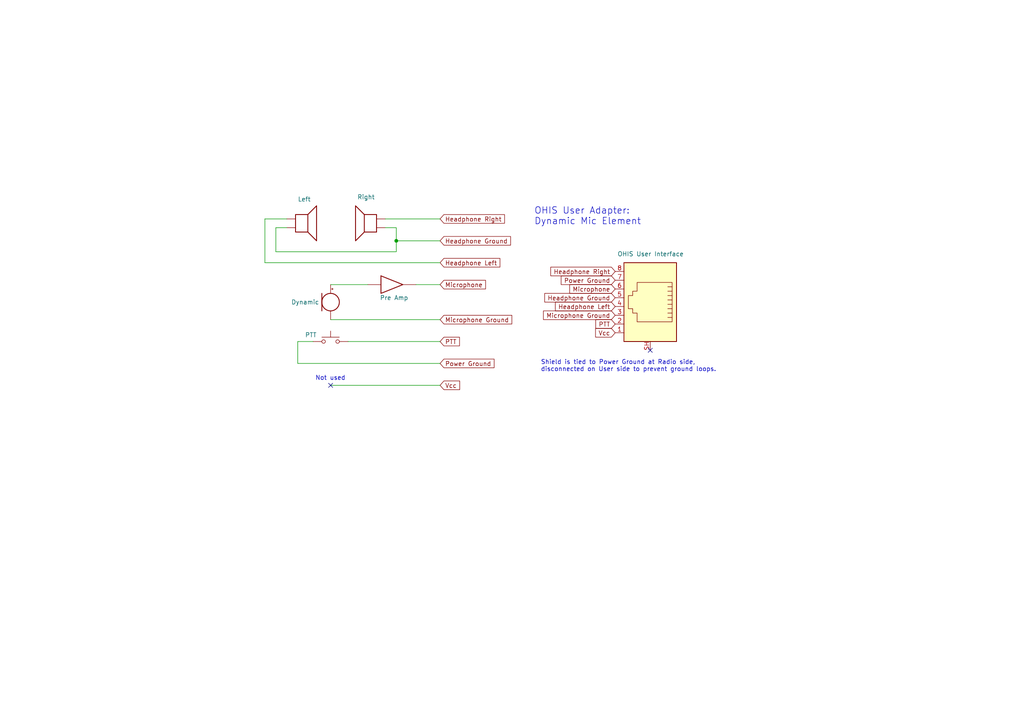
<source format=kicad_sch>
(kicad_sch (version 20211123) (generator eeschema)
  (paper "A4")
  (lib_symbols
    (symbol "74xGxx:74AUC2G34" (pin_numbers hide) (pin_names (offset 1.016))
      (property "Reference" "U" (at -2.54 3.81 0))
      (property "Value" "74AUC2G34" (at 0 -3.81 0))
      (symbol "74AUC2G34_0_1"
        (polyline (pts (xy -3.81 2.54) (xy -3.81 -2.54) (xy 2.54 0) (xy -3.81 2.54)) (stroke (width 0.254)))
        (pin power_in line (at 0 -2.54 270) (length 0) hide (name "GND") (number "2"))
        (pin power_in line (at 0 2.54 90) (length 0) hide (name "VCC") (number "5"))
      )
      (symbol "74AUC2G34_1_1"
        (pin input line (at -7.62 0 0) (length 3.81) (name "~") (number "1"))
        (pin output line (at 6.35 0 180) (length 3.81) (name "~") (number "6"))
      )
      (symbol "74AUC2G34_2_1"
        (pin input line (at -7.62 0 0) (length 3.81) (name "~") (number "3"))
        (pin output line (at 6.35 0 180) (length 3.81) (name "~") (number "4"))
      )
    )
    (symbol "Connector:8P8C_Shielded" (pin_names (offset 1.016))
      (property "Reference" "J" (at -5.08 13.97 0))
      (property "Value" "8P8C_Shielded" (at 2.54 13.97 0))
      (symbol "8P8C_Shielded_0_1"
        (polyline (pts (xy -5.08 4.445) (xy -6.35 4.445)))
        (polyline (pts (xy -5.08 5.715) (xy -6.35 5.715)))
        (polyline (pts (xy -6.35 -3.175) (xy -5.08 -3.175) (xy -5.08 -3.175)))
        (polyline (pts (xy -6.35 -1.905) (xy -5.08 -1.905) (xy -5.08 -1.905)))
        (polyline (pts (xy -6.35 -0.635) (xy -5.08 -0.635) (xy -5.08 -0.635)))
        (polyline (pts (xy -6.35 0.635) (xy -5.08 0.635) (xy -5.08 0.635)))
        (polyline (pts (xy -6.35 1.905) (xy -5.08 1.905) (xy -5.08 1.905)))
        (polyline (pts (xy -5.08 3.175) (xy -6.35 3.175) (xy -6.35 3.175)))
        (polyline (pts (xy -6.35 -4.445) (xy -6.35 6.985) (xy 3.81 6.985) (xy 3.81 4.445) (xy 5.08 4.445) (xy 5.08 3.175) (xy 6.35 3.175) (xy 6.35 -0.635) (xy 5.08 -0.635) (xy 5.08 -1.905) (xy 3.81 -1.905) (xy 3.81 -4.445) (xy -6.35 -4.445) (xy -6.35 -4.445)))
        (rectangle (start 7.62 12.7) (end -7.62 -10.16) (stroke (width 0.254)) (fill (type background)))
      )
      (symbol "8P8C_Shielded_1_1"
        (pin passive line (at 10.16 -7.62 180) (length 2.54) (name "~") (number "1"))
        (pin passive line (at 10.16 -5.08 180) (length 2.54) (name "~") (number "2"))
        (pin passive line (at 10.16 -2.54 180) (length 2.54) (name "~") (number "3"))
        (pin passive line (at 10.16 0 180) (length 2.54) (name "~") (number "4"))
        (pin passive line (at 10.16 2.54 180) (length 2.54) (name "~") (number "5"))
        (pin passive line (at 10.16 5.08 180) (length 2.54) (name "~") (number "6"))
        (pin passive line (at 10.16 7.62 180) (length 2.54) (name "~") (number "7"))
        (pin passive line (at 10.16 10.16 180) (length 2.54) (name "~") (number "8"))
        (pin passive line (at 0 -12.7 90) (length 2.54) (name "~") (number "SH"))
      )
    )
    (symbol "Device:Microphone" (pin_numbers hide) (pin_names (offset 0.0254) hide)
      (property "Reference" "MK" (at -3.81 1.27 0))
      (property "Value" "Microphone" (at -3.81 -0.635 0))
      (symbol "Microphone_0_1"
        (polyline (pts (xy -2.54 2.54) (xy -2.54 -2.54)) (stroke (width 0.254)))
        (polyline (pts (xy 0.254 3.81) (xy 0.762 3.81)))
        (polyline (pts (xy 0.508 4.064) (xy 0.508 3.556)))
        (circle (center 0 0) (radius 2.54) (stroke (width 0.254)))
      )
      (symbol "Microphone_1_1"
        (pin passive line (at 0 -5.08 90) (length 2.54) (name "-") (number "1"))
        (pin passive line (at 0 5.08 270) (length 2.54) (name "+") (number "2"))
      )
    )
    (symbol "Device:Speaker" (pin_numbers hide) (pin_names (offset 0) hide)
      (property "Reference" "LS" (at 1.27 5.715 0))
      (property "Value" "Speaker" (at 1.27 3.81 0))
      (symbol "Speaker_0_0"
        (rectangle (start -2.54 1.27) (end 1.016 -3.81) (stroke (width 0.254)))
        (polyline (pts (xy 1.016 1.27) (xy 3.556 3.81) (xy 3.556 -6.35) (xy 1.016 -3.81)) (stroke (width 0.254)))
      )
      (symbol "Speaker_1_1"
        (pin input line (at -5.08 0 0) (length 2.54) (name "1") (number "1"))
        (pin input line (at -5.08 -2.54 0) (length 2.54) (name "2") (number "2"))
      )
    )
    (symbol "Speaker_1" (pin_numbers hide) (pin_names (offset 0) hide)
      (property "Reference" "LS" (at 1.27 5.715 0))
      (property "Value" "Speaker_1" (at 1.27 3.81 0))
      (symbol "Speaker_1_0_0"
        (rectangle (start -2.54 1.27) (end 1.016 -3.81) (stroke (width 0.254)))
        (polyline (pts (xy 1.016 1.27) (xy 3.556 3.81) (xy 3.556 -6.35) (xy 1.016 -3.81)) (stroke (width 0.254)))
      )
      (symbol "Speaker_1_1_1"
        (pin input line (at -5.08 0 0) (length 2.54) (name "1") (number "1"))
        (pin input line (at -5.08 -2.54 0) (length 2.54) (name "2") (number "2"))
      )
    )
    (symbol "Switch:SW_Push" (pin_numbers hide) (pin_names (offset 1.016) hide)
      (property "Reference" "SW" (at 1.27 2.54 0))
      (property "Value" "SW_Push" (at 0 -1.524 0))
      (symbol "SW_Push_0_1"
        (circle (center -2.032 0) (radius 0.508))
        (polyline (pts (xy 0 1.27) (xy 0 3.048)))
        (polyline (pts (xy 2.54 1.27) (xy -2.54 1.27)))
        (circle (center 2.032 0) (radius 0.508))
        (pin passive line (at -5.08 0 0) (length 2.54) (name "1") (number "1"))
        (pin passive line (at 5.08 0 180) (length 2.54) (name "2") (number "2"))
      )
    )
  )
  (junction (at 114.935 69.85))
  (no_connect (at 95.885 111.76))
  (no_connect (at 188.595 101.6))
  (wire (pts (xy 76.835 76.2) (xy 127.635 76.2)))
  (wire (pts (xy 90.805 99.06) (xy 86.36 99.06)))
  (wire (pts (xy 80.01 66.04) (xy 80.01 73.025)))
  (wire (pts (xy 76.835 63.5) (xy 83.185 63.5)))
  (wire (pts (xy 114.935 66.04) (xy 111.76 66.04)))
  (wire (pts (xy 80.01 73.025) (xy 114.935 73.025)))
  (wire (pts (xy 114.935 73.025) (xy 114.935 69.85)))
  (wire (pts (xy 114.935 69.85) (xy 114.935 66.04)))
  (wire (pts (xy 120.65 82.55) (xy 127.635 82.55)))
  (wire (pts (xy 95.885 92.71) (xy 127.635 92.71)))
  (wire (pts (xy 111.76 63.5) (xy 127.635 63.5)))
  (wire (pts (xy 83.185 66.04) (xy 80.01 66.04)))
  (wire (pts (xy 114.935 69.85) (xy 127.635 69.85)))
  (wire (pts (xy 86.36 99.06) (xy 86.36 105.41)))
  (wire (pts (xy 76.835 63.5) (xy 76.835 76.2)))
  (wire (pts (xy 100.965 99.06) (xy 127.635 99.06)))
  (wire (pts (xy 95.885 82.55) (xy 106.68 82.55)))
  (wire (pts (xy 95.885 111.76) (xy 127.635 111.76)))
  (wire (pts (xy 86.36 105.41) (xy 127.635 105.41)))
  (text "Not used" (at 91.44 110.49 0) (effects (font (size 1.27 1.27)) (justify left bottom)))
  (text "Shield is tied to Power Ground at Radio side,\ndisconnected on User side to prevent ground loops." (at 156.845 107.95 0) (effects (font (size 1.27 1.27)) (justify left bottom)))
  (text "OHIS User Adapter:\nDynamic Mic Element" (at 154.94 65.405 0) (effects (font (size 1.905 1.905)) (justify left bottom)))
  (global_label "Microphone Ground" (shape input) (at 178.435 91.44 180) (property "Intersheet References" "${INTERSHEET_REFS}" (effects hide)))
  (global_label "PTT" (shape input) (at 178.435 93.98 180) (property "Intersheet References" "${INTERSHEET_REFS}" (effects hide)))
  (global_label "Headphone Right" (shape input) (at 127.635 63.5 0) (property "Intersheet References" "${INTERSHEET_REFS}" (effects hide)))
  (global_label "Power Ground" (shape input) (at 178.435 81.28 180) (property "Intersheet References" "${INTERSHEET_REFS}" (effects hide)))
  (global_label "Headphone Ground" (shape input) (at 178.435 86.36 180) (property "Intersheet References" "${INTERSHEET_REFS}" (effects hide)))
  (global_label "Vcc" (shape input) (at 178.435 96.52 180) (property "Intersheet References" "${INTERSHEET_REFS}" (effects hide)))
  (global_label "Headphone Left" (shape input) (at 127.635 76.2 0) (property "Intersheet References" "${INTERSHEET_REFS}" (effects hide)))
  (global_label "Microphone Ground" (shape input) (at 127.635 92.71 0) (property "Intersheet References" "${INTERSHEET_REFS}" (effects hide)))
  (global_label "Headphone Left" (shape input) (at 178.435 88.9 180) (property "Intersheet References" "${INTERSHEET_REFS}" (effects hide)))
  (global_label "Vcc" (shape input) (at 127.635 111.76 0) (property "Intersheet References" "${INTERSHEET_REFS}" (effects hide)))
  (global_label "Microphone" (shape input) (at 127.635 82.55 0) (property "Intersheet References" "${INTERSHEET_REFS}" (effects hide)))
  (global_label "Power Ground" (shape input) (at 127.635 105.41 0) (property "Intersheet References" "${INTERSHEET_REFS}" (effects hide)))
  (global_label "Microphone" (shape input) (at 178.435 83.82 180) (property "Intersheet References" "${INTERSHEET_REFS}" (effects hide)))
  (global_label "Headphone Right" (shape input) (at 178.435 78.74 180) (property "Intersheet References" "${INTERSHEET_REFS}" (effects hide)))
  (global_label "Headphone Ground" (shape input) (at 127.635 69.85 0) (property "Intersheet References" "${INTERSHEET_REFS}" (effects hide)))
  (global_label "PTT" (shape input) (at 127.635 99.06 0) (property "Intersheet References" "${INTERSHEET_REFS}" (effects hide)))
  (symbol (lib_id "Device:Microphone") (at 95.885 87.63 0) (unit 1)
    (property "Reference" "MK?" (effects hide))
    (property "Value" "Dynamic" (at 84.455 87.63 0) (effects (justify left)))
  )
  (symbol (lib_id "Connector:8P8C_Shielded") (at 188.595 88.9 0) (mirror y) (unit 1)
    (property "Reference" "J?" (effects hide))
    (property "Value" "OHIS User Interface" (at 179.07 73.66 0) (effects (justify right)))
  )
  (symbol (lib_id "Switch:SW_Push") (at 95.885 99.06 0) (unit 1)
    (property "Reference" "SW?" (effects hide))
    (property "Value" "PTT" (at 90.17 97.155 0))
  )
  (symbol (lib_id "Device:Speaker") (at 88.265 63.5 0) (unit 1)
    (property "Reference" "LS?" (effects hide))
    (property "Value" "Left" (at 86.36 57.785 0) (effects (justify left)))
  )
  (symbol (lib_id "74xGxx:74AUC2G34") (at 114.3 82.55 0) (unit 2)
    (property "Reference" "U?" (effects hide))
    (property "Value" "Pre Amp" (at 114.3 86.36 0))
    (property "Datasheet" "http://www.ti.com/lit/sg/scyt129e/scyt129e.pdf" (effects hide))
  )
  (symbol (lib_name "Speaker_1") (lib_id "Device:Speaker") (at 106.68 63.5 0) (mirror y) (unit 1)
    (property "Reference" "LS?" (effects hide))
    (property "Value" "Right" (at 106.172 57.15 0))
  )
)
</source>
